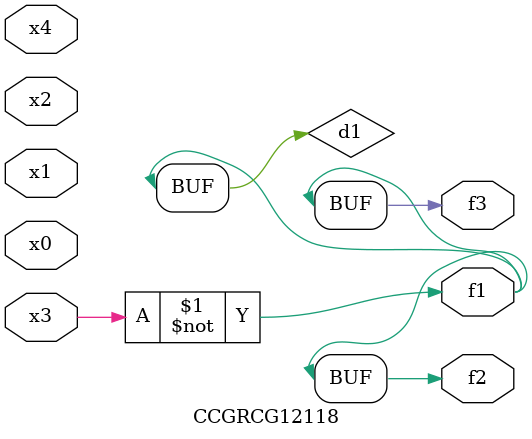
<source format=v>
module CCGRCG12118(
	input x0, x1, x2, x3, x4,
	output f1, f2, f3
);

	wire d1, d2;

	xnor (d1, x3);
	not (d2, x1);
	assign f1 = d1;
	assign f2 = d1;
	assign f3 = d1;
endmodule

</source>
